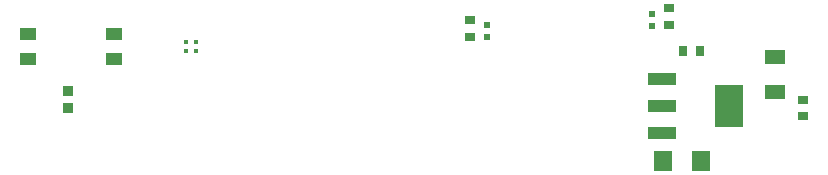
<source format=gtp>
G04 #@! TF.GenerationSoftware,KiCad,Pcbnew,8.0.7*
G04 #@! TF.CreationDate,2025-01-13T19:24:39-05:00*
G04 #@! TF.ProjectId,numpad,6e756d70-6164-42e6-9b69-6361645f7063,rev?*
G04 #@! TF.SameCoordinates,Original*
G04 #@! TF.FileFunction,Paste,Top*
G04 #@! TF.FilePolarity,Positive*
%FSLAX46Y46*%
G04 Gerber Fmt 4.6, Leading zero omitted, Abs format (unit mm)*
G04 Created by KiCad (PCBNEW 8.0.7) date 2025-01-13 19:24:39*
%MOMM*%
%LPD*%
G01*
G04 APERTURE LIST*
%ADD10R,1.400000X1.000000*%
%ADD11R,0.900000X0.800000*%
%ADD12R,0.800000X0.900000*%
%ADD13R,0.600000X0.600000*%
%ADD14R,2.460000X1.050000*%
%ADD15R,2.460000X3.540000*%
%ADD16R,1.490000X1.730000*%
%ADD17R,0.450000X0.450000*%
%ADD18R,1.700000X1.210000*%
%ADD19R,0.860000X0.810000*%
G04 APERTURE END LIST*
D10*
X61500000Y-41050000D03*
X61500000Y-38950000D03*
D11*
X98900000Y-37800000D03*
X98900000Y-39200000D03*
D12*
X118395000Y-40399000D03*
X116995000Y-40399000D03*
D13*
X100400000Y-38200000D03*
X100400000Y-39200000D03*
D10*
X68800000Y-41050000D03*
X68800000Y-38950000D03*
D13*
X114295000Y-37299000D03*
X114295000Y-38299000D03*
D14*
X115155000Y-42728304D03*
X115155000Y-45028304D03*
X115155000Y-47328304D03*
D15*
X120875000Y-45028304D03*
D11*
X115795000Y-36799000D03*
X115795000Y-38199000D03*
D16*
X118485000Y-49679000D03*
X115305000Y-49679000D03*
D11*
X127125000Y-45919000D03*
X127125000Y-44519000D03*
D17*
X74910000Y-40390000D03*
X74910000Y-39610000D03*
X75690000Y-39610000D03*
X75690000Y-40390000D03*
D18*
X124725000Y-40939000D03*
X124725000Y-43899000D03*
D19*
X64900000Y-43750000D03*
X64900000Y-45250000D03*
M02*

</source>
